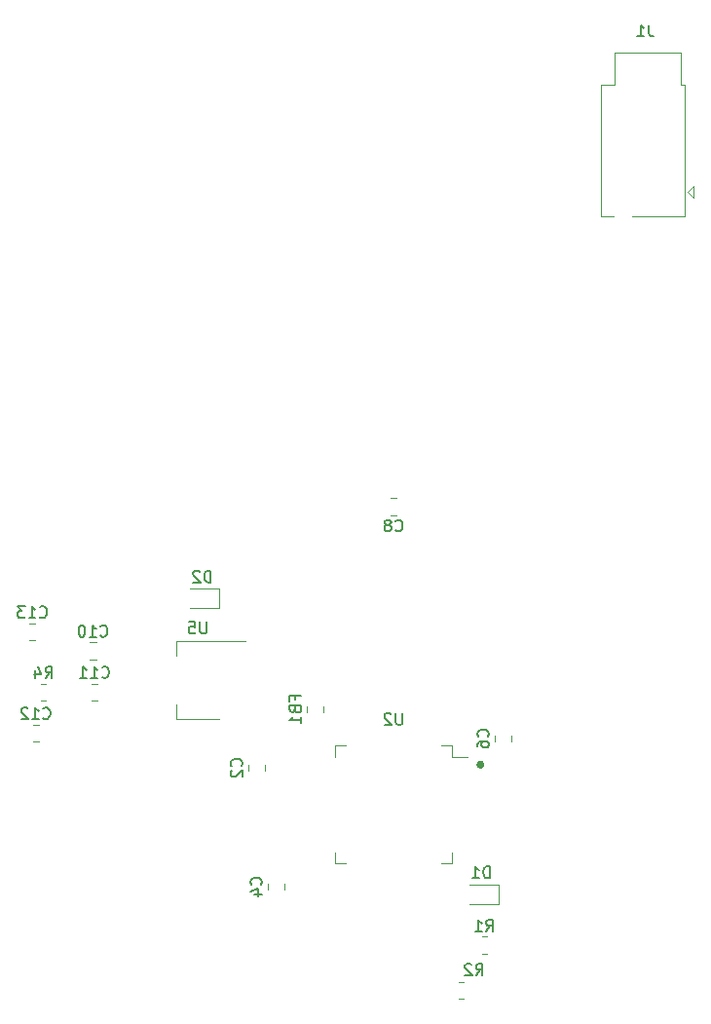
<source format=gbr>
%TF.GenerationSoftware,KiCad,Pcbnew,6.0.4-6f826c9f35~116~ubuntu18.04.1*%
%TF.CreationDate,2022-04-21T22:13:37-04:00*%
%TF.ProjectId,368project,33363870-726f-46a6-9563-742e6b696361,rev?*%
%TF.SameCoordinates,Original*%
%TF.FileFunction,Legend,Bot*%
%TF.FilePolarity,Positive*%
%FSLAX46Y46*%
G04 Gerber Fmt 4.6, Leading zero omitted, Abs format (unit mm)*
G04 Created by KiCad (PCBNEW 6.0.4-6f826c9f35~116~ubuntu18.04.1) date 2022-04-21 22:13:37*
%MOMM*%
%LPD*%
G01*
G04 APERTURE LIST*
%ADD10C,0.374772*%
%ADD11C,0.150000*%
%ADD12C,0.120000*%
G04 APERTURE END LIST*
D10*
X151750699Y-119105088D02*
G75*
G03*
X151750699Y-119105088I-187386J0D01*
G01*
D11*
%TO.C,C13*%
X113247485Y-106255626D02*
X113295104Y-106303245D01*
X113437961Y-106350864D01*
X113533199Y-106350864D01*
X113676056Y-106303245D01*
X113771294Y-106208007D01*
X113818913Y-106112769D01*
X113866532Y-105922293D01*
X113866532Y-105779436D01*
X113818913Y-105588960D01*
X113771294Y-105493722D01*
X113676056Y-105398484D01*
X113533199Y-105350864D01*
X113437961Y-105350864D01*
X113295104Y-105398484D01*
X113247485Y-105446103D01*
X112295104Y-106350864D02*
X112866532Y-106350864D01*
X112580818Y-106350864D02*
X112580818Y-105350864D01*
X112676056Y-105493722D01*
X112771294Y-105588960D01*
X112866532Y-105636579D01*
X111961770Y-105350864D02*
X111342723Y-105350864D01*
X111676056Y-105731817D01*
X111533199Y-105731817D01*
X111437961Y-105779436D01*
X111390342Y-105827055D01*
X111342723Y-105922293D01*
X111342723Y-106160388D01*
X111390342Y-106255626D01*
X111437961Y-106303245D01*
X111533199Y-106350864D01*
X111818913Y-106350864D01*
X111914151Y-106303245D01*
X111961770Y-106255626D01*
%TO.C,C8*%
X144177166Y-98735142D02*
X144224785Y-98782761D01*
X144367642Y-98830380D01*
X144462880Y-98830380D01*
X144605738Y-98782761D01*
X144700976Y-98687523D01*
X144748595Y-98592285D01*
X144796214Y-98401809D01*
X144796214Y-98258952D01*
X144748595Y-98068476D01*
X144700976Y-97973238D01*
X144605738Y-97878000D01*
X144462880Y-97830380D01*
X144367642Y-97830380D01*
X144224785Y-97878000D01*
X144177166Y-97925619D01*
X143605738Y-98258952D02*
X143700976Y-98211333D01*
X143748595Y-98163714D01*
X143796214Y-98068476D01*
X143796214Y-98020857D01*
X143748595Y-97925619D01*
X143700976Y-97878000D01*
X143605738Y-97830380D01*
X143415261Y-97830380D01*
X143320023Y-97878000D01*
X143272404Y-97925619D01*
X143224785Y-98020857D01*
X143224785Y-98068476D01*
X143272404Y-98163714D01*
X143320023Y-98211333D01*
X143415261Y-98258952D01*
X143605738Y-98258952D01*
X143700976Y-98306571D01*
X143748595Y-98354190D01*
X143796214Y-98449428D01*
X143796214Y-98639904D01*
X143748595Y-98735142D01*
X143700976Y-98782761D01*
X143605738Y-98830380D01*
X143415261Y-98830380D01*
X143320023Y-98782761D01*
X143272404Y-98735142D01*
X143224785Y-98639904D01*
X143224785Y-98449428D01*
X143272404Y-98354190D01*
X143320023Y-98306571D01*
X143415261Y-98258952D01*
%TO.C,C12*%
X113538357Y-115060142D02*
X113585976Y-115107761D01*
X113728833Y-115155380D01*
X113824071Y-115155380D01*
X113966928Y-115107761D01*
X114062166Y-115012523D01*
X114109785Y-114917285D01*
X114157404Y-114726809D01*
X114157404Y-114583952D01*
X114109785Y-114393476D01*
X114062166Y-114298238D01*
X113966928Y-114203000D01*
X113824071Y-114155380D01*
X113728833Y-114155380D01*
X113585976Y-114203000D01*
X113538357Y-114250619D01*
X112585976Y-115155380D02*
X113157404Y-115155380D01*
X112871690Y-115155380D02*
X112871690Y-114155380D01*
X112966928Y-114298238D01*
X113062166Y-114393476D01*
X113157404Y-114441095D01*
X112205023Y-114250619D02*
X112157404Y-114203000D01*
X112062166Y-114155380D01*
X111824071Y-114155380D01*
X111728833Y-114203000D01*
X111681214Y-114250619D01*
X111633595Y-114345857D01*
X111633595Y-114441095D01*
X111681214Y-114583952D01*
X112252642Y-115155380D01*
X111633595Y-115155380D01*
%TO.C,R1*%
X152063714Y-133600380D02*
X152397048Y-133124190D01*
X152635143Y-133600380D02*
X152635143Y-132600380D01*
X152254190Y-132600380D01*
X152158952Y-132648000D01*
X152111333Y-132695619D01*
X152063714Y-132790857D01*
X152063714Y-132933714D01*
X152111333Y-133028952D01*
X152158952Y-133076571D01*
X152254190Y-133124190D01*
X152635143Y-133124190D01*
X151111333Y-133600380D02*
X151682762Y-133600380D01*
X151397048Y-133600380D02*
X151397048Y-132600380D01*
X151492286Y-132743238D01*
X151587524Y-132838476D01*
X151682762Y-132886095D01*
%TO.C,U2*%
X144772404Y-114619896D02*
X144772404Y-115429420D01*
X144724785Y-115524658D01*
X144677166Y-115572277D01*
X144581928Y-115619896D01*
X144391452Y-115619896D01*
X144296214Y-115572277D01*
X144248595Y-115524658D01*
X144200976Y-115429420D01*
X144200976Y-114619896D01*
X143772404Y-114715135D02*
X143724785Y-114667516D01*
X143629547Y-114619896D01*
X143391452Y-114619896D01*
X143296214Y-114667516D01*
X143248595Y-114715135D01*
X143200976Y-114810373D01*
X143200976Y-114905611D01*
X143248595Y-115048468D01*
X143820023Y-115619896D01*
X143200976Y-115619896D01*
%TO.C,C10*%
X118524170Y-107897142D02*
X118571789Y-107944761D01*
X118714646Y-107992380D01*
X118809884Y-107992380D01*
X118952741Y-107944761D01*
X119047979Y-107849523D01*
X119095598Y-107754285D01*
X119143217Y-107563809D01*
X119143217Y-107420952D01*
X119095598Y-107230476D01*
X119047979Y-107135238D01*
X118952741Y-107040000D01*
X118809884Y-106992380D01*
X118714646Y-106992380D01*
X118571789Y-107040000D01*
X118524170Y-107087619D01*
X117571789Y-107992380D02*
X118143217Y-107992380D01*
X117857503Y-107992380D02*
X117857503Y-106992380D01*
X117952741Y-107135238D01*
X118047979Y-107230476D01*
X118143217Y-107278095D01*
X116952741Y-106992380D02*
X116857503Y-106992380D01*
X116762265Y-107040000D01*
X116714646Y-107087619D01*
X116667027Y-107182857D01*
X116619408Y-107373333D01*
X116619408Y-107611428D01*
X116667027Y-107801904D01*
X116714646Y-107897142D01*
X116762265Y-107944761D01*
X116857503Y-107992380D01*
X116952741Y-107992380D01*
X117047979Y-107944761D01*
X117095598Y-107897142D01*
X117143217Y-107801904D01*
X117190836Y-107611428D01*
X117190836Y-107373333D01*
X117143217Y-107182857D01*
X117095598Y-107087619D01*
X117047979Y-107040000D01*
X116952741Y-106992380D01*
%TO.C,J1*%
X166195136Y-54827622D02*
X166195136Y-55541908D01*
X166242755Y-55684765D01*
X166337993Y-55780003D01*
X166480850Y-55827622D01*
X166576088Y-55827622D01*
X165195136Y-55827622D02*
X165766564Y-55827622D01*
X165480850Y-55827622D02*
X165480850Y-54827622D01*
X165576088Y-54970480D01*
X165671326Y-55065718D01*
X165766564Y-55113337D01*
%TO.C,C2*%
X130757142Y-119213333D02*
X130804761Y-119165714D01*
X130852380Y-119022857D01*
X130852380Y-118927619D01*
X130804761Y-118784761D01*
X130709523Y-118689523D01*
X130614285Y-118641904D01*
X130423809Y-118594285D01*
X130280952Y-118594285D01*
X130090476Y-118641904D01*
X129995238Y-118689523D01*
X129900000Y-118784761D01*
X129852380Y-118927619D01*
X129852380Y-119022857D01*
X129900000Y-119165714D01*
X129947619Y-119213333D01*
X129947619Y-119594285D02*
X129900000Y-119641904D01*
X129852380Y-119737142D01*
X129852380Y-119975238D01*
X129900000Y-120070476D01*
X129947619Y-120118095D01*
X130042857Y-120165714D01*
X130138095Y-120165714D01*
X130280952Y-120118095D01*
X130852380Y-119546666D01*
X130852380Y-120165714D01*
%TO.C,R4*%
X113741294Y-111590864D02*
X114074628Y-111114674D01*
X114312723Y-111590864D02*
X114312723Y-110590864D01*
X113931770Y-110590864D01*
X113836532Y-110638484D01*
X113788913Y-110686103D01*
X113741294Y-110781341D01*
X113741294Y-110924198D01*
X113788913Y-111019436D01*
X113836532Y-111067055D01*
X113931770Y-111114674D01*
X114312723Y-111114674D01*
X112884151Y-110924198D02*
X112884151Y-111590864D01*
X113122247Y-110543245D02*
X113360342Y-111257531D01*
X112741294Y-111257531D01*
%TO.C,R2*%
X151162166Y-137410380D02*
X151495500Y-136934190D01*
X151733595Y-137410380D02*
X151733595Y-136410380D01*
X151352642Y-136410380D01*
X151257404Y-136458000D01*
X151209785Y-136505619D01*
X151162166Y-136600857D01*
X151162166Y-136743714D01*
X151209785Y-136838952D01*
X151257404Y-136886571D01*
X151352642Y-136934190D01*
X151733595Y-136934190D01*
X150781214Y-136505619D02*
X150733595Y-136458000D01*
X150638357Y-136410380D01*
X150400261Y-136410380D01*
X150305023Y-136458000D01*
X150257404Y-136505619D01*
X150209785Y-136600857D01*
X150209785Y-136696095D01*
X150257404Y-136838952D01*
X150828833Y-137410380D01*
X150209785Y-137410380D01*
%TO.C,D1*%
X152368595Y-128955380D02*
X152368595Y-127955380D01*
X152130500Y-127955380D01*
X151987642Y-128003000D01*
X151892404Y-128098238D01*
X151844785Y-128193476D01*
X151797166Y-128383952D01*
X151797166Y-128526809D01*
X151844785Y-128717285D01*
X151892404Y-128812523D01*
X151987642Y-128907761D01*
X152130500Y-128955380D01*
X152368595Y-128955380D01*
X150844785Y-128955380D02*
X151416214Y-128955380D01*
X151130500Y-128955380D02*
X151130500Y-127955380D01*
X151225738Y-128098238D01*
X151320976Y-128193476D01*
X151416214Y-128241095D01*
%TO.C,D2*%
X128112723Y-103250864D02*
X128112723Y-102250864D01*
X127874628Y-102250864D01*
X127731770Y-102298484D01*
X127636532Y-102393722D01*
X127588913Y-102488960D01*
X127541294Y-102679436D01*
X127541294Y-102822293D01*
X127588913Y-103012769D01*
X127636532Y-103108007D01*
X127731770Y-103203245D01*
X127874628Y-103250864D01*
X128112723Y-103250864D01*
X127160342Y-102346103D02*
X127112723Y-102298484D01*
X127017485Y-102250864D01*
X126779389Y-102250864D01*
X126684151Y-102298484D01*
X126636532Y-102346103D01*
X126588913Y-102441341D01*
X126588913Y-102536579D01*
X126636532Y-102679436D01*
X127207961Y-103250864D01*
X126588913Y-103250864D01*
%TO.C,FB1*%
X135438571Y-113466666D02*
X135438571Y-113133333D01*
X135962380Y-113133333D02*
X134962380Y-113133333D01*
X134962380Y-113609523D01*
X135438571Y-114323809D02*
X135486190Y-114466666D01*
X135533809Y-114514285D01*
X135629047Y-114561904D01*
X135771904Y-114561904D01*
X135867142Y-114514285D01*
X135914761Y-114466666D01*
X135962380Y-114371428D01*
X135962380Y-113990476D01*
X134962380Y-113990476D01*
X134962380Y-114323809D01*
X135010000Y-114419047D01*
X135057619Y-114466666D01*
X135152857Y-114514285D01*
X135248095Y-114514285D01*
X135343333Y-114466666D01*
X135390952Y-114419047D01*
X135438571Y-114323809D01*
X135438571Y-113990476D01*
X135962380Y-115514285D02*
X135962380Y-114942857D01*
X135962380Y-115228571D02*
X134962380Y-115228571D01*
X135105238Y-115133333D01*
X135200476Y-115038095D01*
X135248095Y-114942857D01*
%TO.C,C11*%
X118647485Y-111495626D02*
X118695104Y-111543245D01*
X118837961Y-111590864D01*
X118933199Y-111590864D01*
X119076056Y-111543245D01*
X119171294Y-111448007D01*
X119218913Y-111352769D01*
X119266532Y-111162293D01*
X119266532Y-111019436D01*
X119218913Y-110828960D01*
X119171294Y-110733722D01*
X119076056Y-110638484D01*
X118933199Y-110590864D01*
X118837961Y-110590864D01*
X118695104Y-110638484D01*
X118647485Y-110686103D01*
X117695104Y-111590864D02*
X118266532Y-111590864D01*
X117980818Y-111590864D02*
X117980818Y-110590864D01*
X118076056Y-110733722D01*
X118171294Y-110828960D01*
X118266532Y-110876579D01*
X116742723Y-111590864D02*
X117314151Y-111590864D01*
X117028437Y-111590864D02*
X117028437Y-110590864D01*
X117123675Y-110733722D01*
X117218913Y-110828960D01*
X117314151Y-110876579D01*
%TO.C,U5*%
X127761904Y-106712380D02*
X127761904Y-107521904D01*
X127714285Y-107617142D01*
X127666666Y-107664761D01*
X127571428Y-107712380D01*
X127380952Y-107712380D01*
X127285714Y-107664761D01*
X127238095Y-107617142D01*
X127190476Y-107521904D01*
X127190476Y-106712380D01*
X126238095Y-106712380D02*
X126714285Y-106712380D01*
X126761904Y-107188571D01*
X126714285Y-107140952D01*
X126619047Y-107093333D01*
X126380952Y-107093333D01*
X126285714Y-107140952D01*
X126238095Y-107188571D01*
X126190476Y-107283809D01*
X126190476Y-107521904D01*
X126238095Y-107617142D01*
X126285714Y-107664761D01*
X126380952Y-107712380D01*
X126619047Y-107712380D01*
X126714285Y-107664761D01*
X126761904Y-107617142D01*
%TO.C,C4*%
X132465886Y-129533296D02*
X132513505Y-129485677D01*
X132561124Y-129342820D01*
X132561124Y-129247582D01*
X132513505Y-129104724D01*
X132418267Y-129009486D01*
X132323029Y-128961867D01*
X132132553Y-128914248D01*
X131989696Y-128914248D01*
X131799220Y-128961867D01*
X131703982Y-129009486D01*
X131608744Y-129104724D01*
X131561124Y-129247582D01*
X131561124Y-129342820D01*
X131608744Y-129485677D01*
X131656363Y-129533296D01*
X131894458Y-130390439D02*
X132561124Y-130390439D01*
X131513505Y-130152343D02*
X132227791Y-129914248D01*
X132227791Y-130533296D01*
%TO.C,C6*%
X152183017Y-116668319D02*
X152230636Y-116620700D01*
X152278255Y-116477843D01*
X152278255Y-116382605D01*
X152230636Y-116239747D01*
X152135398Y-116144509D01*
X152040160Y-116096890D01*
X151849684Y-116049271D01*
X151706827Y-116049271D01*
X151516351Y-116096890D01*
X151421113Y-116144509D01*
X151325875Y-116239747D01*
X151278255Y-116382605D01*
X151278255Y-116477843D01*
X151325875Y-116620700D01*
X151373494Y-116668319D01*
X151278255Y-117525462D02*
X151278255Y-117334986D01*
X151325875Y-117239747D01*
X151373494Y-117192128D01*
X151516351Y-117096890D01*
X151706827Y-117049271D01*
X152087779Y-117049271D01*
X152183017Y-117096890D01*
X152230636Y-117144509D01*
X152278255Y-117239747D01*
X152278255Y-117430224D01*
X152230636Y-117525462D01*
X152183017Y-117573081D01*
X152087779Y-117620700D01*
X151849684Y-117620700D01*
X151754446Y-117573081D01*
X151706827Y-117525462D01*
X151659208Y-117430224D01*
X151659208Y-117239747D01*
X151706827Y-117144509D01*
X151754446Y-117096890D01*
X151849684Y-117049271D01*
D12*
%TO.C,C13*%
X112865880Y-108313484D02*
X112343376Y-108313484D01*
X112865880Y-106843484D02*
X112343376Y-106843484D01*
%TO.C,C8*%
X143749248Y-97433000D02*
X144271752Y-97433000D01*
X143749248Y-95963000D02*
X144271752Y-95963000D01*
%TO.C,C12*%
X113156752Y-115648000D02*
X112634248Y-115648000D01*
X113156752Y-117118000D02*
X112634248Y-117118000D01*
%TO.C,R1*%
X152124112Y-135533000D02*
X151669984Y-135533000D01*
X152124112Y-134063000D02*
X151669984Y-134063000D01*
%TO.C,U2*%
X149120500Y-127677516D02*
X149120500Y-126727516D01*
X148170500Y-117457516D02*
X149120500Y-117457516D01*
X139850500Y-127677516D02*
X138900500Y-127677516D01*
X149120500Y-118407516D02*
X150460500Y-118407516D01*
X138900500Y-127677516D02*
X138900500Y-126727516D01*
X139850500Y-117457516D02*
X138900500Y-117457516D01*
X149120500Y-117457516D02*
X149120500Y-118407516D01*
X138900500Y-117457516D02*
X138900500Y-118407516D01*
X148170500Y-127677516D02*
X149120500Y-127677516D01*
%TO.C,C10*%
X118142565Y-108485000D02*
X117620061Y-108485000D01*
X118142565Y-109955000D02*
X117620061Y-109955000D01*
%TO.C,J1*%
X163201803Y-60045242D02*
X162001803Y-60045242D01*
X162001803Y-60045242D02*
X162001803Y-71445242D01*
X169601803Y-69345242D02*
X170101803Y-68845242D01*
X163201803Y-60045242D02*
X163201803Y-57245242D01*
X170101803Y-69845242D02*
X169601803Y-69345242D01*
X169001803Y-60045242D02*
X169001803Y-57245242D01*
X169301803Y-60045242D02*
X169301803Y-71445242D01*
X169301803Y-60045242D02*
X169001803Y-60045242D01*
X162001803Y-71445242D02*
X163101803Y-71445242D01*
X170101803Y-68845242D02*
X170101803Y-69845242D01*
X163201803Y-57245242D02*
X169001803Y-57245242D01*
X169301803Y-71445242D02*
X164701803Y-71445242D01*
%TO.C,C2*%
X131345000Y-119118748D02*
X131345000Y-119641252D01*
X132815000Y-119118748D02*
X132815000Y-119641252D01*
%TO.C,R4*%
X113801692Y-113523484D02*
X113347564Y-113523484D01*
X113801692Y-112053484D02*
X113347564Y-112053484D01*
%TO.C,R2*%
X150093952Y-139463000D02*
X149639824Y-139463000D01*
X150093952Y-137993000D02*
X149639824Y-137993000D01*
%TO.C,D1*%
X153130500Y-129503000D02*
X153130500Y-131203000D01*
X153130500Y-129503000D02*
X150580500Y-129503000D01*
X153130500Y-131203000D02*
X150580500Y-131203000D01*
%TO.C,D2*%
X128874628Y-103798484D02*
X128874628Y-105498484D01*
X128874628Y-103798484D02*
X126324628Y-103798484D01*
X128874628Y-105498484D02*
X126324628Y-105498484D01*
%TO.C,FB1*%
X136450000Y-114038748D02*
X136450000Y-114561252D01*
X137870000Y-114038748D02*
X137870000Y-114561252D01*
%TO.C,C11*%
X118265880Y-112083484D02*
X117743376Y-112083484D01*
X118265880Y-113553484D02*
X117743376Y-113553484D01*
%TO.C,U5*%
X125090000Y-115170000D02*
X125090000Y-113910000D01*
X128850000Y-115170000D02*
X125090000Y-115170000D01*
X125090000Y-108350000D02*
X125090000Y-109610000D01*
X131100000Y-108350000D02*
X125090000Y-108350000D01*
%TO.C,C4*%
X133053744Y-129438711D02*
X133053744Y-129961215D01*
X134523744Y-129438711D02*
X134523744Y-129961215D01*
%TO.C,C6*%
X154240875Y-116573734D02*
X154240875Y-117096238D01*
X152770875Y-116573734D02*
X152770875Y-117096238D01*
%TD*%
M02*

</source>
